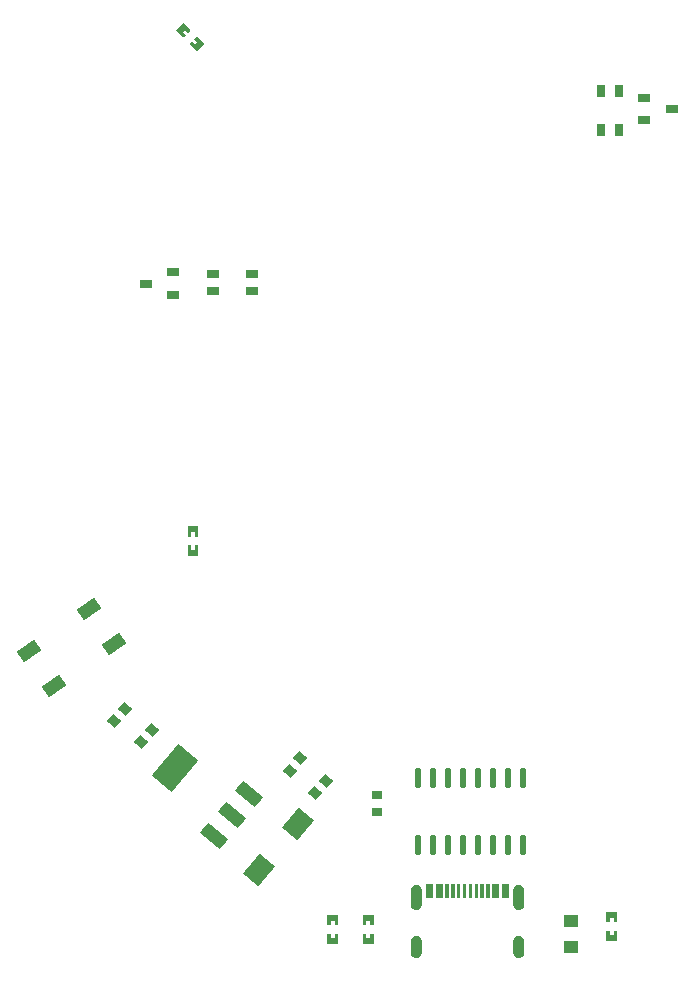
<source format=gtp>
G04*
G04 #@! TF.GenerationSoftware,Altium Limited,Altium Designer,24.6.1 (21)*
G04*
G04 Layer_Color=8421504*
%FSLAX25Y25*%
%MOIN*%
G70*
G04*
G04 #@! TF.SameCoordinates,14203EA7-49FE-442F-A609-4801219AAA54*
G04*
G04*
G04 #@! TF.FilePolarity,Positive*
G04*
G01*
G75*
G04:AMPARAMS|DCode=17|XSize=86.61mil|YSize=66.93mil|CornerRadius=0mil|HoleSize=0mil|Usage=FLASHONLY|Rotation=230.000|XOffset=0mil|YOffset=0mil|HoleType=Round|Shape=Rectangle|*
%AMROTATEDRECTD17*
4,1,4,0.00220,0.05469,0.05347,0.01167,-0.00220,-0.05469,-0.05347,-0.01167,0.00220,0.05469,0.0*
%
%ADD17ROTATEDRECTD17*%

%ADD18O,0.02205X0.06870*%
%ADD19R,0.03937X0.03150*%
%ADD20R,0.02953X0.03937*%
G04:AMPARAMS|DCode=21|XSize=70.87mil|YSize=43.31mil|CornerRadius=0mil|HoleSize=0mil|Usage=FLASHONLY|Rotation=35.000|XOffset=0mil|YOffset=0mil|HoleType=Round|Shape=Rectangle|*
%AMROTATEDRECTD21*
4,1,4,-0.01661,-0.03806,-0.04145,-0.00259,0.01661,0.03806,0.04145,0.00259,-0.01661,-0.03806,0.0*
%
%ADD21ROTATEDRECTD21*%

%ADD22R,0.03937X0.02953*%
G04:AMPARAMS|DCode=23|XSize=137.8mil|YSize=86.61mil|CornerRadius=0mil|HoleSize=0mil|Usage=FLASHONLY|Rotation=50.000|XOffset=0mil|YOffset=0mil|HoleType=Round|Shape=Rectangle|*
%AMROTATEDRECTD23*
4,1,4,-0.01111,-0.08062,-0.07746,-0.02494,0.01111,0.08062,0.07746,0.02494,-0.01111,-0.08062,0.0*
%
%ADD23ROTATEDRECTD23*%

G04:AMPARAMS|DCode=24|XSize=43.31mil|YSize=86.61mil|CornerRadius=0mil|HoleSize=0mil|Usage=FLASHONLY|Rotation=50.000|XOffset=0mil|YOffset=0mil|HoleType=Round|Shape=Rectangle|*
%AMROTATEDRECTD24*
4,1,4,0.01926,-0.04443,-0.04709,0.01125,-0.01926,0.04443,0.04709,-0.01125,0.01926,-0.04443,0.0*
%
%ADD24ROTATEDRECTD24*%

G04:AMPARAMS|DCode=25|XSize=31.5mil|YSize=35.43mil|CornerRadius=0mil|HoleSize=0mil|Usage=FLASHONLY|Rotation=50.000|XOffset=0mil|YOffset=0mil|HoleType=Round|Shape=Rectangle|*
%AMROTATEDRECTD25*
4,1,4,0.00345,-0.02345,-0.02369,-0.00068,-0.00345,0.02345,0.02369,0.00068,0.00345,-0.02345,0.0*
%
%ADD25ROTATEDRECTD25*%

%ADD26R,0.03543X0.03150*%
%ADD27R,0.04921X0.03937*%
G36*
X-94347Y132852D02*
X-94347Y132574D01*
X-95021Y131900D01*
X-96051Y132930D01*
X-96969Y132012D01*
X-95939Y130982D01*
X-96574Y130347D01*
X-96852D01*
X-99080Y132574D01*
X-99079Y132852D01*
X-96852Y135080D01*
X-96574D01*
X-94347Y132852D01*
D02*
G37*
G36*
X-89921Y128426D02*
X-89921Y128148D01*
X-92148Y125921D01*
X-92426D01*
X-94625Y128120D01*
X-94625Y128398D01*
X-93991Y129033D01*
X-92933Y127975D01*
X-92014Y128894D01*
X-93072Y129952D01*
X-92398Y130625D01*
X-92120D01*
X-89921Y128426D01*
D02*
G37*
G36*
X-91728Y-32761D02*
Y-35911D01*
X-91925Y-36108D01*
X-92878D01*
Y-34651D01*
X-94177D01*
Y-36108D01*
X-95075D01*
X-95272Y-35911D01*
Y-32761D01*
X-95075Y-32564D01*
X-91925D01*
X-91728Y-32761D01*
D02*
G37*
G36*
Y-39060D02*
Y-42171D01*
X-91925Y-42368D01*
X-95075D01*
X-95272Y-42171D01*
Y-39060D01*
X-95075Y-38864D01*
X-94177D01*
Y-40360D01*
X-92878D01*
Y-38864D01*
X-91925D01*
X-91728Y-39060D01*
D02*
G37*
G36*
X11780Y-156423D02*
X10599D01*
Y-156423D01*
X9418D01*
Y-151896D01*
X11780D01*
Y-156423D01*
D02*
G37*
G36*
X8630Y-156423D02*
X6267D01*
Y-151896D01*
X8630D01*
Y-156423D01*
D02*
G37*
G36*
X5481D02*
X4299D01*
Y-151896D01*
X5481D01*
Y-156423D01*
D02*
G37*
G36*
X3512D02*
X2331D01*
Y-151896D01*
X3512D01*
Y-156423D01*
D02*
G37*
G36*
X1544D02*
X362D01*
Y-151896D01*
X1544D01*
Y-156423D01*
D02*
G37*
G36*
X-425D02*
X-1606D01*
Y-151896D01*
X-425D01*
Y-156423D01*
D02*
G37*
G36*
X-2393D02*
X-3574D01*
Y-151896D01*
X-2393D01*
Y-156423D01*
D02*
G37*
G36*
X-4362D02*
X-5544D01*
Y-151896D01*
X-4362D01*
Y-156423D01*
D02*
G37*
G36*
X-6330D02*
X-7512D01*
Y-151896D01*
X-6330D01*
Y-156423D01*
D02*
G37*
G36*
X-8299D02*
X-9481D01*
Y-151896D01*
X-8299D01*
Y-156423D01*
D02*
G37*
G36*
X-10267D02*
X-12630D01*
Y-151896D01*
X-10267D01*
Y-156423D01*
D02*
G37*
G36*
X-13417D02*
X-15779D01*
Y-151896D01*
X-13417D01*
Y-156423D01*
D02*
G37*
G36*
X16123Y-152549D02*
X16677Y-153103D01*
X16976Y-153827D01*
Y-154218D01*
Y-158549D01*
Y-158940D01*
X16677Y-159664D01*
X16123Y-160218D01*
X15400Y-160517D01*
X14616D01*
X13893Y-160218D01*
X13339Y-159664D01*
X13039Y-158940D01*
Y-158549D01*
Y-154218D01*
Y-153827D01*
X13339Y-153103D01*
X13893Y-152549D01*
X14616Y-152250D01*
X15400D01*
X16123Y-152549D01*
D02*
G37*
G36*
X-17893D02*
X-17339Y-153103D01*
X-17040Y-153827D01*
Y-154218D01*
Y-158549D01*
Y-158940D01*
X-17339Y-159664D01*
X-17893Y-160218D01*
X-18617Y-160517D01*
X-19400D01*
X-20123Y-160218D01*
X-20677Y-159664D01*
X-20977Y-158940D01*
Y-158549D01*
Y-154218D01*
Y-153827D01*
X-20677Y-153103D01*
X-20123Y-152549D01*
X-19400Y-152250D01*
X-18617D01*
X-17893Y-152549D01*
D02*
G37*
G36*
X47772Y-161295D02*
X47772Y-164406D01*
X47575Y-164602D01*
X46677Y-164602D01*
Y-163106D01*
X45378Y-163106D01*
X45378Y-164602D01*
X44425D01*
X44228Y-164406D01*
Y-161295D01*
X44425Y-161099D01*
X47575D01*
X47772Y-161295D01*
D02*
G37*
G36*
X-45228Y-162295D02*
Y-165406D01*
X-45425Y-165602D01*
X-46323D01*
Y-164106D01*
X-47622D01*
Y-165602D01*
X-48575D01*
X-48772Y-165406D01*
Y-162295D01*
X-48575Y-162099D01*
X-45425D01*
X-45228Y-162295D01*
D02*
G37*
G36*
X-33228Y-162295D02*
Y-165445D01*
X-33425Y-165642D01*
X-34378D01*
Y-164185D01*
X-35677D01*
Y-165642D01*
X-36575D01*
X-36772Y-165445D01*
Y-162295D01*
X-36575Y-162098D01*
X-33425D01*
X-33228Y-162295D01*
D02*
G37*
G36*
X47772Y-167555D02*
X47772Y-170705D01*
X47575Y-170902D01*
X44425Y-170902D01*
X44228Y-170705D01*
X44228Y-167555D01*
X44425Y-167358D01*
X45378Y-167358D01*
X45378Y-168815D01*
X46677Y-168815D01*
Y-167358D01*
X47575D01*
X47772Y-167555D01*
D02*
G37*
G36*
X-45228Y-168555D02*
Y-171705D01*
X-45425Y-171902D01*
X-48575D01*
X-48772Y-171705D01*
Y-168555D01*
X-48575Y-168358D01*
X-47622D01*
Y-169815D01*
X-46323D01*
Y-168358D01*
X-45425D01*
X-45228Y-168555D01*
D02*
G37*
G36*
X-33228Y-168594D02*
Y-171705D01*
X-33425Y-171902D01*
X-36575D01*
X-36772Y-171705D01*
Y-168594D01*
X-36575Y-168398D01*
X-35677D01*
Y-169894D01*
X-34378D01*
Y-168398D01*
X-33425D01*
X-33228Y-168594D01*
D02*
G37*
G36*
X16123Y-169597D02*
X16677Y-170151D01*
X16976Y-170874D01*
Y-171266D01*
Y-174415D01*
Y-174807D01*
X16677Y-175530D01*
X16123Y-176084D01*
X15400Y-176384D01*
X14616D01*
X13893Y-176084D01*
X13339Y-175530D01*
X13039Y-174807D01*
Y-174415D01*
Y-171266D01*
Y-170874D01*
X13339Y-170151D01*
X13893Y-169597D01*
X14616Y-169297D01*
X15400D01*
X16123Y-169597D01*
D02*
G37*
G36*
X-17893D02*
X-17339Y-170151D01*
X-17040Y-170874D01*
Y-171266D01*
Y-174415D01*
Y-174807D01*
X-17339Y-175530D01*
X-17893Y-176084D01*
X-18617Y-176384D01*
X-19400D01*
X-20123Y-176084D01*
X-20677Y-175530D01*
X-20977Y-174807D01*
Y-174415D01*
Y-171266D01*
Y-170874D01*
X-20677Y-170151D01*
X-20123Y-169597D01*
X-19400Y-169297D01*
X-18617D01*
X-17893Y-169597D01*
D02*
G37*
D17*
X-58508Y-131763D02*
D03*
X-71492Y-147237D02*
D03*
D18*
X-18500Y-116382D02*
D03*
X-3500Y-139000D02*
D03*
X6500D02*
D03*
X1500D02*
D03*
X-13500D02*
D03*
X-8500D02*
D03*
X-18500D02*
D03*
X11500D02*
D03*
X16500D02*
D03*
X-13500Y-116382D02*
D03*
X-8500D02*
D03*
X-3500D02*
D03*
X1500D02*
D03*
X6500D02*
D03*
X11500D02*
D03*
X16500D02*
D03*
D19*
X56972Y102760D02*
D03*
X66028Y106500D02*
D03*
X56972Y110240D02*
D03*
X-100274Y44547D02*
D03*
X-109329Y48287D02*
D03*
X-100274Y52027D02*
D03*
D20*
X48500Y99500D02*
D03*
X42595D02*
D03*
Y112500D02*
D03*
X48500D02*
D03*
D21*
X-148175Y-74035D02*
D03*
X-128180Y-60034D02*
D03*
X-139820Y-85966D02*
D03*
X-119825Y-71965D02*
D03*
D22*
X-73802Y51569D02*
D03*
X-86802Y45663D02*
D03*
X-73802D02*
D03*
X-86802Y51569D02*
D03*
D23*
X-99346Y-113158D02*
D03*
D24*
X-80654Y-128842D02*
D03*
X-74834Y-121905D02*
D03*
X-86475Y-135779D02*
D03*
D25*
X-107228Y-100389D02*
D03*
X-116228Y-93389D02*
D03*
X-52772Y-121611D02*
D03*
X-61272Y-114111D02*
D03*
X-49228Y-117389D02*
D03*
X-57728Y-109889D02*
D03*
X-110771Y-104611D02*
D03*
X-119771Y-97611D02*
D03*
D26*
X-32000Y-127756D02*
D03*
Y-122244D02*
D03*
D27*
X32500Y-164169D02*
D03*
Y-172831D02*
D03*
M02*

</source>
